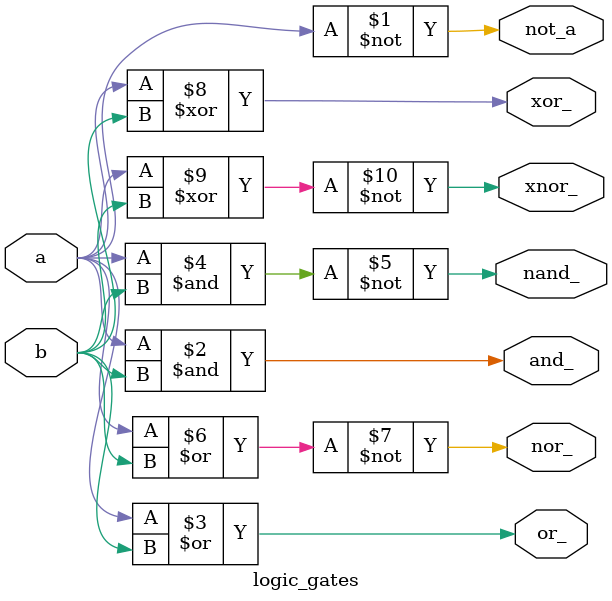
<source format=v>
module logic_gates(
    input  a,b,
    output and_,or_,not_a,nand_,nor_,xor_,xnor_
);


    assign    not_a = ~a;
    assign    and_ = a&b;
    assign    or_ = a|b;
    assign    nand_ = ~(a&b);
    assign    nor_ = ~(a|b);
    assign   xor_ = a^b;
    assign    xnor_ = ~(a^b);
    

endmodule

</source>
